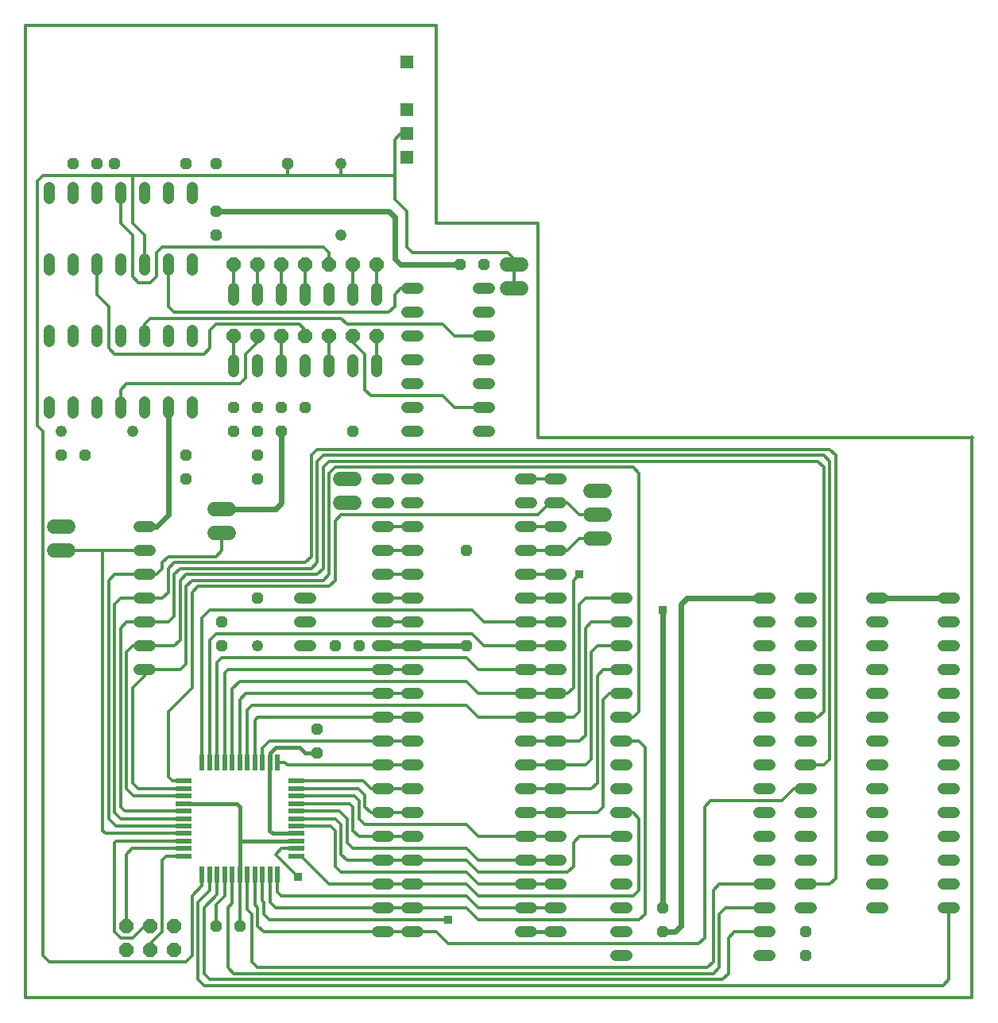
<source format=gtl>
G75*
%MOIN*%
%OFA0B0*%
%FSLAX24Y24*%
%IPPOS*%
%LPD*%
%AMOC8*
5,1,8,0,0,1.08239X$1,22.5*
%
%ADD10C,0.0120*%
%ADD11C,0.0000*%
%ADD12C,0.0480*%
%ADD13OC8,0.0480*%
%ADD14C,0.0600*%
%ADD15R,0.0709X0.0197*%
%ADD16R,0.0197X0.0709*%
%ADD17OC8,0.0600*%
%ADD18C,0.0480*%
%ADD19R,0.0531X0.0531*%
%ADD20C,0.0240*%
%ADD21R,0.0376X0.0376*%
%ADD22C,0.0160*%
D10*
X001448Y000160D02*
X001448Y040932D01*
X018698Y040932D01*
X018698Y040910D02*
X018698Y032660D01*
X022948Y032660D01*
X022948Y023660D01*
X041198Y023660D01*
X041153Y023682D02*
X041153Y000160D01*
X001448Y000160D01*
X002448Y001660D02*
X002198Y001910D01*
X002198Y023910D01*
X001948Y024160D01*
X001948Y034410D01*
X002198Y034660D01*
X005948Y034660D01*
X005948Y032660D01*
X006448Y032160D01*
X006448Y030910D01*
X006948Y031410D02*
X006948Y030410D01*
X006698Y030160D01*
X006198Y030160D01*
X005948Y030410D01*
X005948Y032160D01*
X005448Y032660D01*
X005448Y033910D01*
X005948Y034660D02*
X012448Y034660D01*
X012448Y035160D01*
X012448Y034660D02*
X014698Y034660D01*
X016948Y034660D01*
X016948Y033660D01*
X017448Y033160D01*
X017448Y031660D01*
X017698Y031410D01*
X021698Y031410D01*
X021948Y031160D01*
X021948Y030910D01*
X021948Y029910D01*
X020698Y027910D02*
X019448Y027910D01*
X018948Y028410D01*
X014948Y028410D01*
X014698Y028660D01*
X006698Y028660D01*
X006448Y028410D01*
X006448Y027910D01*
X005198Y027160D02*
X008948Y027160D01*
X009198Y027410D01*
X009198Y028160D01*
X009448Y028410D01*
X012948Y028410D01*
X013198Y028160D01*
X013198Y027910D01*
X012198Y027910D02*
X012198Y026660D01*
X011198Y027660D02*
X010698Y027160D01*
X010698Y026160D01*
X010448Y025910D01*
X005698Y025910D01*
X005448Y025660D01*
X005448Y024910D01*
X005198Y027160D02*
X004948Y027410D01*
X004948Y029160D01*
X004448Y029660D01*
X004448Y030910D01*
X006948Y031410D02*
X007198Y031660D01*
X013948Y031660D01*
X014198Y031410D01*
X014198Y030910D01*
X015198Y030910D02*
X015198Y029660D01*
X016198Y029660D02*
X016198Y030910D01*
X017198Y029910D02*
X016948Y029660D01*
X016948Y029160D01*
X016698Y028910D01*
X007698Y028910D01*
X007448Y029160D01*
X007448Y030910D01*
X010198Y030910D02*
X010198Y029660D01*
X011198Y029660D02*
X011198Y030910D01*
X012198Y030910D02*
X012198Y029660D01*
X013198Y029660D02*
X013198Y030910D01*
X014198Y027910D02*
X014198Y026660D01*
X015198Y027660D02*
X015698Y027160D01*
X015698Y025660D01*
X015948Y025410D01*
X018948Y025410D01*
X019448Y024910D01*
X020698Y024910D01*
X022448Y021910D02*
X023698Y021910D01*
X023698Y020910D02*
X023448Y020910D01*
X022948Y020410D01*
X014698Y020410D01*
X014448Y020160D01*
X014448Y017660D01*
X014198Y017410D01*
X008698Y017410D01*
X008448Y017160D01*
X008448Y013160D01*
X007448Y012160D01*
X007448Y009410D01*
X007623Y009235D01*
X008086Y009235D01*
X008086Y008920D02*
X006188Y008920D01*
X005948Y009160D01*
X005948Y013160D01*
X006448Y013660D01*
X006448Y013910D01*
X007948Y013910D01*
X008198Y014160D01*
X008198Y017410D01*
X008448Y017660D01*
X013948Y017660D01*
X014198Y017910D01*
X014198Y022160D01*
X014448Y022410D01*
X026948Y022410D01*
X027198Y022160D01*
X027198Y012160D01*
X026948Y011910D01*
X026448Y011910D01*
X026448Y012910D02*
X025948Y012910D01*
X025698Y012660D01*
X025698Y008160D01*
X025448Y007910D01*
X023698Y007910D01*
X022448Y007910D01*
X022448Y006910D02*
X020448Y006910D01*
X019948Y007410D01*
X015698Y007410D01*
X015448Y007660D01*
X015448Y008410D01*
X015253Y008605D01*
X012810Y008605D01*
X012810Y008920D02*
X015438Y008920D01*
X015698Y008660D01*
X015698Y008160D01*
X015948Y007910D01*
X016448Y007910D01*
X017698Y007910D01*
X017698Y006910D02*
X016448Y006910D01*
X015448Y006910D01*
X015198Y007160D01*
X015198Y008160D01*
X015068Y008290D01*
X012810Y008290D01*
X012810Y007975D02*
X014633Y007975D01*
X014948Y007660D01*
X014948Y006660D01*
X015198Y006410D01*
X019948Y006410D01*
X020448Y005910D01*
X022448Y005910D01*
X023698Y005910D01*
X024198Y005410D02*
X024448Y005660D01*
X024448Y006660D01*
X024698Y006910D01*
X026448Y006910D01*
X026448Y007910D02*
X026948Y007910D01*
X027198Y007660D01*
X027198Y004660D01*
X026948Y004410D01*
X020448Y004410D01*
X019948Y004910D01*
X017698Y004910D01*
X016448Y004910D01*
X014198Y004910D01*
X013023Y006085D01*
X012810Y006085D01*
X012810Y006400D02*
X012188Y006400D01*
X011948Y006160D01*
X012886Y005223D01*
X012023Y005298D02*
X012023Y004585D01*
X012198Y004410D01*
X019948Y004410D01*
X020448Y003910D01*
X022448Y003910D01*
X023698Y003910D01*
X023698Y004910D02*
X022448Y004910D01*
X020448Y004910D01*
X019948Y005410D01*
X014698Y005410D01*
X014448Y005660D01*
X014448Y007160D01*
X014263Y007345D01*
X012810Y007345D01*
X012810Y007660D02*
X014448Y007660D01*
X014698Y007410D01*
X014698Y006160D01*
X014948Y005910D01*
X016448Y005910D01*
X017698Y005910D01*
X019948Y005910D01*
X020448Y005410D01*
X024198Y005410D01*
X023698Y006910D02*
X022448Y006910D01*
X022448Y008910D02*
X023698Y008910D01*
X025198Y008910D01*
X025448Y009160D01*
X025448Y013660D01*
X025698Y013910D01*
X026448Y013910D01*
X026448Y014910D02*
X025448Y014910D01*
X025198Y014660D01*
X025198Y010160D01*
X024948Y009910D01*
X023698Y009910D01*
X022448Y009910D01*
X022448Y010910D02*
X023698Y010910D01*
X024698Y010910D01*
X024948Y011160D01*
X024948Y015660D01*
X025198Y015910D01*
X026448Y015910D01*
X026448Y016910D02*
X024948Y016910D01*
X024698Y016660D01*
X024698Y012160D01*
X024448Y011910D01*
X023698Y011910D01*
X022448Y011910D01*
X020448Y011910D01*
X019948Y012410D01*
X010948Y012410D01*
X010763Y012225D01*
X010763Y010022D01*
X010448Y010022D02*
X010448Y012660D01*
X010698Y012910D01*
X016448Y012910D01*
X017698Y012910D01*
X017698Y011910D02*
X016448Y011910D01*
X011198Y011910D01*
X011078Y011790D01*
X011078Y010022D01*
X011393Y010022D02*
X011393Y010605D01*
X011698Y010910D01*
X016448Y010910D01*
X017698Y010910D01*
X017698Y009910D02*
X016448Y009910D01*
X012448Y009910D01*
X012336Y010022D01*
X012023Y010022D01*
X012810Y009235D02*
X015623Y009235D01*
X015948Y008910D01*
X016448Y008910D01*
X017698Y008910D01*
X020448Y012910D02*
X022448Y012910D01*
X023698Y012910D01*
X024198Y012910D01*
X024448Y013160D01*
X024448Y017660D01*
X024698Y017910D01*
X023698Y017910D02*
X022448Y017910D01*
X022448Y016910D02*
X023698Y016910D01*
X023698Y015910D02*
X022448Y015910D01*
X020698Y015910D01*
X020198Y016410D01*
X009198Y016410D01*
X008873Y016085D01*
X008873Y010022D01*
X009188Y010022D02*
X009188Y015150D01*
X009448Y015410D01*
X020198Y015410D01*
X020698Y014910D01*
X022448Y014910D01*
X023698Y014910D01*
X023698Y013910D02*
X022448Y013910D01*
X020448Y013910D01*
X019948Y014410D01*
X009698Y014410D01*
X009503Y014215D01*
X009503Y010022D01*
X009818Y010022D02*
X009818Y013780D01*
X009948Y013910D01*
X016448Y013910D01*
X017698Y013910D01*
X017698Y015910D02*
X016448Y015910D01*
X016448Y016910D02*
X017698Y016910D01*
X017698Y017910D02*
X016448Y017910D01*
X016448Y018910D02*
X017698Y018910D01*
X017698Y019910D02*
X016448Y019910D01*
X013948Y018160D02*
X013948Y022410D01*
X014198Y022660D01*
X034698Y022660D01*
X034948Y022410D01*
X034948Y012160D01*
X034698Y011910D01*
X034198Y011910D01*
X034198Y009910D02*
X034948Y009910D01*
X035198Y010160D01*
X035198Y022660D01*
X034948Y022910D01*
X013948Y022910D01*
X013698Y022660D01*
X013698Y018410D01*
X013448Y018160D01*
X007948Y018160D01*
X007698Y017910D01*
X007698Y016160D01*
X007448Y015910D01*
X006448Y015910D01*
X005698Y015910D01*
X005448Y015660D01*
X005448Y008160D01*
X005633Y007975D01*
X008086Y007975D01*
X008086Y007660D02*
X005448Y007660D01*
X005198Y007910D01*
X005198Y016660D01*
X005448Y016910D01*
X006448Y016910D01*
X007198Y016910D01*
X007448Y017160D01*
X007448Y018160D01*
X007698Y018410D01*
X013198Y018410D01*
X013448Y018660D01*
X013448Y022910D01*
X013698Y023160D01*
X035198Y023160D01*
X035448Y022910D01*
X035448Y005160D01*
X035198Y004910D01*
X034198Y004910D01*
X032448Y004910D02*
X030573Y004910D01*
X030323Y004660D01*
X030323Y001660D01*
X030073Y001410D01*
X011198Y001410D01*
X010948Y001660D01*
X010948Y003660D01*
X010763Y003845D01*
X010763Y005298D01*
X010448Y005298D02*
X010448Y003160D01*
X009948Y003910D02*
X009948Y001410D01*
X010198Y001160D01*
X030323Y001160D01*
X030573Y001410D01*
X030573Y003660D01*
X030823Y003910D01*
X032448Y003910D01*
X032448Y002910D02*
X031198Y002910D01*
X030948Y002660D01*
X030948Y001160D01*
X030698Y000910D01*
X009198Y000910D01*
X008948Y001160D01*
X008948Y003910D01*
X009503Y004465D01*
X009503Y005298D01*
X009188Y005298D02*
X009188Y004650D01*
X008698Y004160D01*
X008698Y000910D01*
X008948Y000660D01*
X039948Y000660D01*
X040198Y000910D01*
X040198Y003910D01*
X034198Y008910D02*
X033698Y008910D01*
X033198Y008410D01*
X030198Y008410D01*
X029948Y008160D01*
X029948Y002660D01*
X029698Y002410D01*
X019198Y002410D01*
X018698Y002910D01*
X017698Y002910D01*
X016448Y002910D01*
X011448Y002910D01*
X011198Y003160D01*
X011198Y003910D01*
X011078Y004030D01*
X011078Y005298D01*
X011393Y005298D02*
X011393Y004215D01*
X011448Y004160D01*
X011448Y003660D01*
X011698Y003410D01*
X019198Y003410D01*
X019948Y003910D02*
X017698Y003910D01*
X016448Y003910D01*
X011948Y003910D01*
X011708Y004150D01*
X011708Y005298D01*
X010133Y005298D02*
X010133Y004095D01*
X009948Y003910D01*
X009818Y004405D02*
X009448Y004035D01*
X009448Y003160D01*
X009818Y004405D02*
X009818Y005298D01*
X008873Y005298D02*
X008873Y004835D01*
X008448Y004410D01*
X008448Y001910D01*
X008198Y001660D01*
X002448Y001660D01*
X005198Y002910D02*
X005448Y002660D01*
X005948Y002660D01*
X006448Y003160D01*
X006698Y003160D01*
X007198Y002910D02*
X006698Y002410D01*
X006698Y002160D01*
X007198Y002910D02*
X007198Y005910D01*
X007373Y006085D01*
X008086Y006085D01*
X008086Y006400D02*
X005938Y006400D01*
X005698Y006160D01*
X005698Y003160D01*
X005198Y002910D02*
X005198Y006660D01*
X005253Y006715D01*
X008086Y006715D01*
X008086Y007030D02*
X004828Y007030D01*
X004698Y007160D01*
X004698Y018910D01*
X006448Y018910D01*
X007198Y018410D02*
X007198Y018160D01*
X006948Y017910D01*
X006448Y017910D01*
X005198Y017910D01*
X004948Y017660D01*
X004948Y007660D01*
X005263Y007345D01*
X008086Y007345D01*
X008086Y008605D02*
X006003Y008605D01*
X005698Y008910D01*
X005698Y014660D01*
X005948Y014910D01*
X006448Y014910D01*
X007698Y014910D01*
X007948Y015160D01*
X007948Y017660D01*
X008198Y017910D01*
X013698Y017910D01*
X013948Y018160D01*
X009698Y018910D02*
X009698Y019660D01*
X009698Y018910D02*
X009448Y018660D01*
X007448Y018660D01*
X007198Y018410D01*
X004698Y018910D02*
X002948Y018910D01*
X010133Y013095D02*
X010448Y013410D01*
X019948Y013410D01*
X020448Y012910D01*
X022448Y018910D02*
X023698Y018910D01*
X024198Y018910D01*
X024698Y019410D01*
X025448Y019410D01*
X025448Y020410D02*
X024698Y020410D01*
X024198Y020910D01*
X023698Y020910D01*
X023698Y019910D02*
X022448Y019910D01*
X016198Y026660D02*
X016198Y027910D01*
X015198Y027910D02*
X015198Y027660D01*
X017198Y029910D02*
X017698Y029910D01*
X016948Y034660D02*
X016948Y036160D01*
X017198Y036410D01*
X017448Y036410D01*
X014698Y035160D02*
X014698Y034660D01*
X011198Y027910D02*
X011198Y027660D01*
X010198Y027910D02*
X010198Y026660D01*
X010133Y013095D02*
X010133Y010022D01*
X019948Y003910D02*
X020448Y003410D01*
X027198Y003410D01*
X027448Y003660D01*
X027448Y010660D01*
X027198Y010910D01*
X026448Y010910D01*
D11*
X001448Y000160D02*
X001448Y039530D01*
D12*
X002448Y034150D02*
X002448Y033670D01*
X003448Y033670D02*
X003448Y034150D01*
X004448Y034150D02*
X004448Y033670D01*
X005448Y033670D02*
X005448Y034150D01*
X006448Y034150D02*
X006448Y033670D01*
X007448Y033670D02*
X007448Y034150D01*
X008448Y034150D02*
X008448Y033670D01*
X008448Y031150D02*
X008448Y030670D01*
X007448Y030670D02*
X007448Y031150D01*
X006448Y031150D02*
X006448Y030670D01*
X005448Y030670D02*
X005448Y031150D01*
X004448Y031150D02*
X004448Y030670D01*
X003448Y030670D02*
X003448Y031150D01*
X002448Y031150D02*
X002448Y030670D01*
X002448Y028150D02*
X002448Y027670D01*
X003448Y027670D02*
X003448Y028150D01*
X004448Y028150D02*
X004448Y027670D01*
X005448Y027670D02*
X005448Y028150D01*
X006448Y028150D02*
X006448Y027670D01*
X007448Y027670D02*
X007448Y028150D01*
X008448Y028150D02*
X008448Y027670D01*
X010198Y026900D02*
X010198Y026420D01*
X011198Y026420D02*
X011198Y026900D01*
X012198Y026900D02*
X012198Y026420D01*
X013198Y026420D02*
X013198Y026900D01*
X014198Y026900D02*
X014198Y026420D01*
X015198Y026420D02*
X015198Y026900D01*
X016198Y026900D02*
X016198Y026420D01*
X017458Y026910D02*
X017938Y026910D01*
X017938Y027910D02*
X017458Y027910D01*
X017458Y028910D02*
X017938Y028910D01*
X017938Y029910D02*
X017458Y029910D01*
X016198Y029900D02*
X016198Y029420D01*
X015198Y029420D02*
X015198Y029900D01*
X014198Y029900D02*
X014198Y029420D01*
X013198Y029420D02*
X013198Y029900D01*
X012198Y029900D02*
X012198Y029420D01*
X011198Y029420D02*
X011198Y029900D01*
X010198Y029900D02*
X010198Y029420D01*
X008448Y025150D02*
X008448Y024670D01*
X007448Y024670D02*
X007448Y025150D01*
X006448Y025150D02*
X006448Y024670D01*
X005448Y024670D02*
X005448Y025150D01*
X004448Y025150D02*
X004448Y024670D01*
X003448Y024670D02*
X003448Y025150D01*
X002448Y025150D02*
X002448Y024670D01*
X006208Y019910D02*
X006688Y019910D01*
X006688Y018910D02*
X006208Y018910D01*
X006208Y017910D02*
X006688Y017910D01*
X006688Y016910D02*
X006208Y016910D01*
X006208Y015910D02*
X006688Y015910D01*
X006688Y014910D02*
X006208Y014910D01*
X006208Y013910D02*
X006688Y013910D01*
X012958Y014910D02*
X013438Y014910D01*
X013438Y015910D02*
X012958Y015910D01*
X012958Y016910D02*
X013438Y016910D01*
X016208Y016910D02*
X016688Y016910D01*
X017458Y016910D02*
X017938Y016910D01*
X017938Y015910D02*
X017458Y015910D01*
X016688Y015910D02*
X016208Y015910D01*
X016208Y014910D02*
X016688Y014910D01*
X017458Y014910D02*
X017938Y014910D01*
X017938Y013910D02*
X017458Y013910D01*
X016688Y013910D02*
X016208Y013910D01*
X016208Y012910D02*
X016688Y012910D01*
X017458Y012910D02*
X017938Y012910D01*
X017938Y011910D02*
X017458Y011910D01*
X016688Y011910D02*
X016208Y011910D01*
X016208Y010910D02*
X016688Y010910D01*
X017458Y010910D02*
X017938Y010910D01*
X017938Y009910D02*
X017458Y009910D01*
X016688Y009910D02*
X016208Y009910D01*
X016208Y008910D02*
X016688Y008910D01*
X017458Y008910D02*
X017938Y008910D01*
X017938Y007910D02*
X017458Y007910D01*
X016688Y007910D02*
X016208Y007910D01*
X016208Y006910D02*
X016688Y006910D01*
X017458Y006910D02*
X017938Y006910D01*
X017938Y005910D02*
X017458Y005910D01*
X016688Y005910D02*
X016208Y005910D01*
X016208Y004910D02*
X016688Y004910D01*
X017458Y004910D02*
X017938Y004910D01*
X017938Y003910D02*
X017458Y003910D01*
X016688Y003910D02*
X016208Y003910D01*
X016208Y002910D02*
X016688Y002910D01*
X017458Y002910D02*
X017938Y002910D01*
X022208Y002910D02*
X022688Y002910D01*
X023458Y002910D02*
X023938Y002910D01*
X023938Y003910D02*
X023458Y003910D01*
X022688Y003910D02*
X022208Y003910D01*
X022208Y004910D02*
X022688Y004910D01*
X023458Y004910D02*
X023938Y004910D01*
X023938Y005910D02*
X023458Y005910D01*
X022688Y005910D02*
X022208Y005910D01*
X022208Y006910D02*
X022688Y006910D01*
X023458Y006910D02*
X023938Y006910D01*
X023938Y007910D02*
X023458Y007910D01*
X022688Y007910D02*
X022208Y007910D01*
X022208Y008910D02*
X022688Y008910D01*
X023458Y008910D02*
X023938Y008910D01*
X023938Y009910D02*
X023458Y009910D01*
X022688Y009910D02*
X022208Y009910D01*
X022208Y010910D02*
X022688Y010910D01*
X023458Y010910D02*
X023938Y010910D01*
X023938Y011910D02*
X023458Y011910D01*
X022688Y011910D02*
X022208Y011910D01*
X022208Y012910D02*
X022688Y012910D01*
X023458Y012910D02*
X023938Y012910D01*
X023938Y013910D02*
X023458Y013910D01*
X022688Y013910D02*
X022208Y013910D01*
X022208Y014910D02*
X022688Y014910D01*
X023458Y014910D02*
X023938Y014910D01*
X023938Y015910D02*
X023458Y015910D01*
X022688Y015910D02*
X022208Y015910D01*
X022208Y016910D02*
X022688Y016910D01*
X023458Y016910D02*
X023938Y016910D01*
X023938Y017910D02*
X023458Y017910D01*
X022688Y017910D02*
X022208Y017910D01*
X022208Y018910D02*
X022688Y018910D01*
X023458Y018910D02*
X023938Y018910D01*
X023938Y019910D02*
X023458Y019910D01*
X022688Y019910D02*
X022208Y019910D01*
X022208Y020910D02*
X022688Y020910D01*
X023458Y020910D02*
X023938Y020910D01*
X023938Y021910D02*
X023458Y021910D01*
X022688Y021910D02*
X022208Y021910D01*
X020938Y023910D02*
X020458Y023910D01*
X020458Y024910D02*
X020938Y024910D01*
X020938Y025910D02*
X020458Y025910D01*
X020458Y026910D02*
X020938Y026910D01*
X020938Y027910D02*
X020458Y027910D01*
X020458Y028910D02*
X020938Y028910D01*
X020938Y029910D02*
X020458Y029910D01*
X017938Y025910D02*
X017458Y025910D01*
X017458Y024910D02*
X017938Y024910D01*
X017938Y023910D02*
X017458Y023910D01*
X017458Y021910D02*
X017938Y021910D01*
X017938Y020910D02*
X017458Y020910D01*
X016688Y020910D02*
X016208Y020910D01*
X016208Y019910D02*
X016688Y019910D01*
X017458Y019910D02*
X017938Y019910D01*
X017938Y018910D02*
X017458Y018910D01*
X016688Y018910D02*
X016208Y018910D01*
X016208Y017910D02*
X016688Y017910D01*
X017458Y017910D02*
X017938Y017910D01*
X016688Y021910D02*
X016208Y021910D01*
X026208Y016910D02*
X026688Y016910D01*
X026688Y015910D02*
X026208Y015910D01*
X026208Y014910D02*
X026688Y014910D01*
X026688Y013910D02*
X026208Y013910D01*
X026208Y012910D02*
X026688Y012910D01*
X026688Y011910D02*
X026208Y011910D01*
X026208Y010910D02*
X026688Y010910D01*
X026688Y009910D02*
X026208Y009910D01*
X026208Y008910D02*
X026688Y008910D01*
X026688Y007910D02*
X026208Y007910D01*
X026208Y006910D02*
X026688Y006910D01*
X026688Y005910D02*
X026208Y005910D01*
X026208Y004910D02*
X026688Y004910D01*
X026688Y003910D02*
X026208Y003910D01*
X026208Y002910D02*
X026688Y002910D01*
X026688Y001910D02*
X026208Y001910D01*
X032208Y001910D02*
X032688Y001910D01*
X032688Y002910D02*
X032208Y002910D01*
X032208Y003910D02*
X032688Y003910D01*
X032688Y004910D02*
X032208Y004910D01*
X032208Y005910D02*
X032688Y005910D01*
X032688Y006910D02*
X032208Y006910D01*
X032208Y007910D02*
X032688Y007910D01*
X032688Y008910D02*
X032208Y008910D01*
X032208Y009910D02*
X032688Y009910D01*
X032688Y010910D02*
X032208Y010910D01*
X032208Y011910D02*
X032688Y011910D01*
X032688Y012910D02*
X032208Y012910D01*
X032208Y013910D02*
X032688Y013910D01*
X032688Y014910D02*
X032208Y014910D01*
X032208Y015910D02*
X032688Y015910D01*
X032688Y016910D02*
X032208Y016910D01*
X033958Y016910D02*
X034438Y016910D01*
X033958Y016910D01*
X033958Y015910D02*
X034438Y015910D01*
X033958Y015910D01*
X033958Y014910D02*
X034438Y014910D01*
X033958Y014910D01*
X033958Y013910D02*
X034438Y013910D01*
X033958Y013910D01*
X033958Y012910D02*
X034438Y012910D01*
X033958Y012910D01*
X033958Y011910D02*
X034438Y011910D01*
X033958Y011910D01*
X033958Y010910D02*
X034438Y010910D01*
X033958Y010910D01*
X033958Y009910D02*
X034438Y009910D01*
X033958Y009910D01*
X033958Y008910D02*
X034438Y008910D01*
X033958Y008910D01*
X033958Y007910D02*
X034438Y007910D01*
X033958Y007910D01*
X033958Y006910D02*
X034438Y006910D01*
X033958Y006910D01*
X033958Y005910D02*
X034438Y005910D01*
X033958Y005910D01*
X033958Y004910D02*
X034438Y004910D01*
X033958Y004910D01*
X033958Y003910D02*
X034438Y003910D01*
X033958Y003910D01*
X036958Y003910D02*
X037438Y003910D01*
X037438Y004910D02*
X036958Y004910D01*
X036958Y005910D02*
X037438Y005910D01*
X037438Y006910D02*
X036958Y006910D01*
X036958Y007910D02*
X037438Y007910D01*
X037438Y008910D02*
X036958Y008910D01*
X036958Y009910D02*
X037438Y009910D01*
X037438Y010910D02*
X036958Y010910D01*
X036958Y011910D02*
X037438Y011910D01*
X037438Y012910D02*
X036958Y012910D01*
X036958Y013910D02*
X037438Y013910D01*
X037438Y014910D02*
X036958Y014910D01*
X036958Y015910D02*
X037438Y015910D01*
X037438Y016910D02*
X036958Y016910D01*
X039958Y016910D02*
X040438Y016910D01*
X040438Y015910D02*
X039958Y015910D01*
X039958Y014910D02*
X040438Y014910D01*
X040438Y013910D02*
X039958Y013910D01*
X039958Y012910D02*
X040438Y012910D01*
X040438Y011910D02*
X039958Y011910D01*
X039958Y010910D02*
X040438Y010910D01*
X040438Y009910D02*
X039958Y009910D01*
X039958Y008910D02*
X040438Y008910D01*
X040438Y007910D02*
X039958Y007910D01*
X039958Y006910D02*
X040438Y006910D01*
X040438Y005910D02*
X039958Y005910D01*
X039958Y004910D02*
X040438Y004910D01*
X040438Y003910D02*
X039958Y003910D01*
D13*
X034198Y002910D03*
X034198Y001910D03*
X028198Y002910D03*
X028198Y003910D03*
X019948Y014910D03*
X019948Y018910D03*
X015448Y014910D03*
X014448Y014910D03*
X011198Y016910D03*
X009698Y015910D03*
X009698Y014910D03*
X013698Y011410D03*
X013698Y010410D03*
X010448Y003160D03*
X009448Y003160D03*
X008198Y021910D03*
X008198Y022910D03*
X010198Y023910D03*
X010198Y024910D03*
X011198Y024910D03*
X011198Y023910D03*
X011198Y022910D03*
X012198Y023910D03*
X012198Y024910D03*
X013198Y024910D03*
X015198Y023910D03*
X011198Y021910D03*
X003948Y022910D03*
X002948Y022910D03*
X009448Y032160D03*
X009448Y033160D03*
X009448Y035160D03*
X008198Y035160D03*
X005198Y035160D03*
X004448Y035160D03*
X003448Y035160D03*
X012448Y035160D03*
X019698Y030910D03*
X020698Y030910D03*
D14*
X021648Y030910D02*
X022248Y030910D01*
X022248Y029910D02*
X021648Y029910D01*
X015248Y021910D02*
X014648Y021910D01*
X014648Y020910D02*
X015248Y020910D01*
X009998Y020660D02*
X009398Y020660D01*
X009398Y019660D02*
X009998Y019660D01*
X003248Y019910D02*
X002648Y019910D01*
X002648Y018910D02*
X003248Y018910D01*
X025148Y019410D02*
X025748Y019410D01*
X025748Y020410D02*
X025148Y020410D01*
X025148Y021410D02*
X025748Y021410D01*
D15*
X012810Y009235D03*
X012810Y008920D03*
X012810Y008605D03*
X012810Y008290D03*
X012810Y007975D03*
X012810Y007660D03*
X012810Y007345D03*
X012810Y007030D03*
X012810Y006715D03*
X012810Y006400D03*
X012810Y006085D03*
X008086Y006085D03*
X008086Y006400D03*
X008086Y006715D03*
X008086Y007030D03*
X008086Y007345D03*
X008086Y007660D03*
X008086Y007975D03*
X008086Y008290D03*
X008086Y008605D03*
X008086Y008920D03*
X008086Y009235D03*
D16*
X008873Y010022D03*
X009188Y010022D03*
X009503Y010022D03*
X009818Y010022D03*
X010133Y010022D03*
X010448Y010022D03*
X010763Y010022D03*
X011078Y010022D03*
X011393Y010022D03*
X011708Y010022D03*
X012023Y010022D03*
X012023Y005298D03*
X011708Y005298D03*
X011393Y005298D03*
X011078Y005298D03*
X010763Y005298D03*
X010448Y005298D03*
X010133Y005298D03*
X009818Y005298D03*
X009503Y005298D03*
X009188Y005298D03*
X008873Y005298D03*
D17*
X007698Y003160D03*
X006698Y003160D03*
X005698Y003160D03*
X005698Y002160D03*
X006698Y002160D03*
X007698Y002160D03*
X010198Y027910D03*
X011198Y027910D03*
X012198Y027910D03*
X013198Y027910D03*
X014198Y027910D03*
X015198Y027910D03*
X016198Y027910D03*
X016198Y030910D03*
X015198Y030910D03*
X014198Y030910D03*
X013198Y030910D03*
X012198Y030910D03*
X011198Y030910D03*
X010198Y030910D03*
D18*
X014698Y032160D03*
X014698Y035160D03*
X005948Y023910D03*
X002948Y023910D03*
X011198Y014910D03*
D19*
X017448Y035410D03*
X017448Y036410D03*
X017448Y037410D03*
X017448Y039410D03*
D20*
X016698Y033160D02*
X009448Y033160D01*
X016698Y033160D02*
X016948Y032910D01*
X016948Y031160D01*
X017198Y030910D01*
X019698Y030910D01*
X012198Y023910D02*
X012198Y020910D01*
X011948Y020660D01*
X009698Y020660D01*
X007448Y020410D02*
X006948Y019910D01*
X006448Y019910D01*
X007448Y020410D02*
X007448Y024910D01*
X016448Y014910D02*
X017698Y014910D01*
X019948Y014910D01*
X028198Y016410D02*
X028198Y003910D01*
X028948Y003160D02*
X028698Y002910D01*
X028198Y002910D01*
X028948Y003160D02*
X028948Y016660D01*
X029198Y016910D01*
X032448Y016910D01*
X037198Y016910D02*
X040198Y016910D01*
D21*
X028198Y016410D03*
X024698Y017910D03*
X012886Y005223D03*
X019198Y003410D03*
D22*
X022448Y002910D02*
X023698Y002910D01*
X013698Y010410D02*
X013198Y010410D01*
X012948Y010660D01*
X011948Y010660D01*
X011708Y010420D01*
X011708Y010022D01*
X011698Y010012D01*
X011698Y007160D01*
X011828Y007030D01*
X012810Y007030D01*
X012810Y006715D02*
X010503Y006715D01*
X010448Y006660D01*
X010448Y008160D01*
X010318Y008290D01*
X008086Y008290D01*
X010448Y006660D02*
X010448Y005298D01*
M02*

</source>
